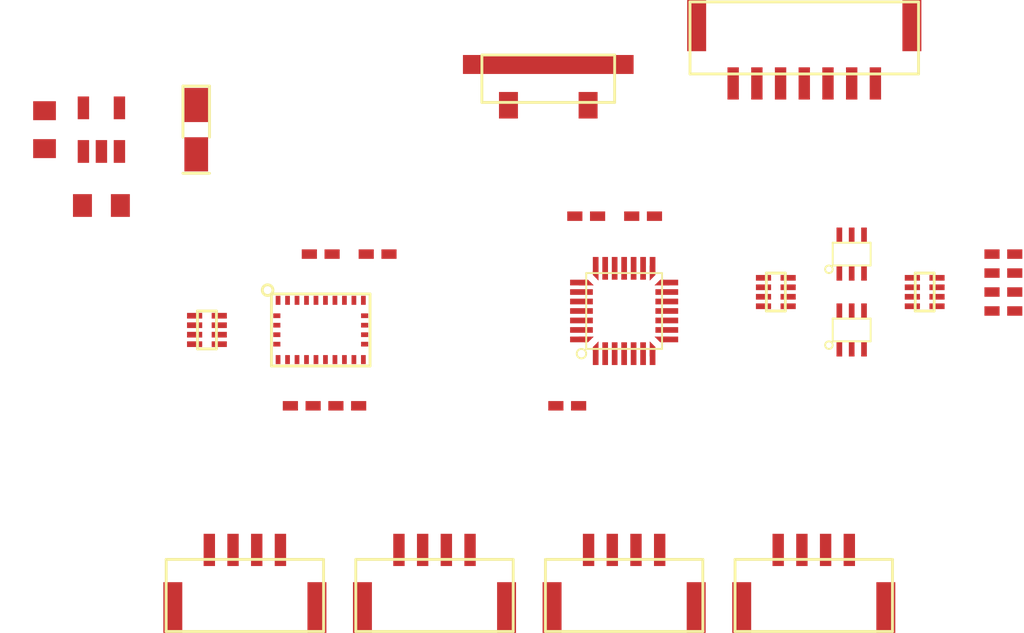
<source format=kicad_pcb>
(kicad_pcb (version 4) (host pcbnew 4.0.5-e0-6337~49~ubuntu14.04.1)

  (general
    (links 104)
    (no_connects 96)
    (area 0 0 0 0)
    (thickness 1.6)
    (drawings 0)
    (tracks 0)
    (zones 0)
    (modules 28)
    (nets 46)
  )

  (page A4)
  (layers
    (0 F.Cu signal)
    (31 B.Cu signal)
    (32 B.Adhes user)
    (33 F.Adhes user)
    (34 B.Paste user)
    (35 F.Paste user)
    (36 B.SilkS user)
    (37 F.SilkS user)
    (38 B.Mask user)
    (39 F.Mask user)
    (40 Dwgs.User user)
    (41 Cmts.User user)
    (42 Eco1.User user)
    (43 Eco2.User user)
    (44 Edge.Cuts user)
    (45 Margin user)
    (46 B.CrtYd user)
    (47 F.CrtYd user)
    (48 B.Fab user)
    (49 F.Fab user)
  )

  (setup
    (last_trace_width 0.2)
    (user_trace_width 0.5)
    (trace_clearance 0.2)
    (zone_clearance 0.508)
    (zone_45_only no)
    (trace_min 0.2)
    (segment_width 0.2)
    (edge_width 0.15)
    (via_size 0.6)
    (via_drill 0.4)
    (via_min_size 0.4)
    (via_min_drill 0.3)
    (uvia_size 0.3)
    (uvia_drill 0.1)
    (uvias_allowed no)
    (uvia_min_size 0.2)
    (uvia_min_drill 0.1)
    (pcb_text_width 0.3)
    (pcb_text_size 1.5 1.5)
    (mod_edge_width 0.15)
    (mod_text_size 1 1)
    (mod_text_width 0.15)
    (pad_size 1.524 1.524)
    (pad_drill 0.762)
    (pad_to_mask_clearance 0)
    (aux_axis_origin 0 0)
    (visible_elements FFFFFF7F)
    (pcbplotparams
      (layerselection 0x00030_80000001)
      (usegerberextensions false)
      (excludeedgelayer true)
      (linewidth 0.100000)
      (plotframeref false)
      (viasonmask false)
      (mode 1)
      (useauxorigin false)
      (hpglpennumber 1)
      (hpglpenspeed 20)
      (hpglpendiameter 15)
      (hpglpenoverlay 2)
      (psnegative false)
      (psa4output false)
      (plotreference true)
      (plotvalue true)
      (plotinvisibletext false)
      (padsonsilk false)
      (subtractmaskfromsilk false)
      (outputformat 1)
      (mirror false)
      (drillshape 1)
      (scaleselection 1)
      (outputdirectory ""))
  )

  (net 0 "")
  (net 1 +5V)
  (net 2 GND)
  (net 3 +3V3)
  (net 4 RESET)
  (net 5 "Net-(C7-Pad1)")
  (net 6 "Net-(D1-Pad1)")
  (net 7 "Net-(D2-Pad1)")
  (net 8 "Net-(D3-Pad1)")
  (net 9 "Net-(D4-Pad1)")
  (net 10 A4IN)
  (net 11 A4EX)
  (net 12 A3IN)
  (net 13 A3EX)
  (net 14 A1IN)
  (net 15 A1EX)
  (net 16 A2IN)
  (net 17 A2EX)
  (net 18 SWDIO/SCK)
  (net 19 SWCLK/MISO)
  (net 20 NSS)
  (net 21 MOSI)
  (net 22 "Net-(Q1-Pad2)")
  (net 23 "Net-(Q1-Pad3)")
  (net 24 "Net-(Q1-Pad5)")
  (net 25 "Net-(Q1-Pad6)")
  (net 26 "Net-(Q2-Pad2)")
  (net 27 "Net-(Q2-Pad3)")
  (net 28 "Net-(Q2-Pad5)")
  (net 29 "Net-(Q2-Pad6)")
  (net 30 "Net-(R4-Pad1)")
  (net 31 LED_0)
  (net 32 LED_1)
  (net 33 LED_2)
  (net 34 LED_3)
  (net 35 SDA)
  (net 36 SCL)
  (net 37 nRESET)
  (net 38 "Net-(RN2-Pad8)")
  (net 39 IDENTIFY)
  (net 40 INT)
  (net 41 "Net-(U1-Pad14)")
  (net 42 "Net-(U1-Pad15)")
  (net 43 "Net-(U2-Pad4)")
  (net 44 "Net-(U3-Pad26)")
  (net 45 "Net-(U3-Pad27)")

  (net_class Default "This is the default net class."
    (clearance 0.2)
    (trace_width 0.2)
    (via_dia 0.6)
    (via_drill 0.4)
    (uvia_dia 0.3)
    (uvia_drill 0.1)
    (add_net +3V3)
    (add_net +5V)
    (add_net A1EX)
    (add_net A1IN)
    (add_net A2EX)
    (add_net A2IN)
    (add_net A3EX)
    (add_net A3IN)
    (add_net A4EX)
    (add_net A4IN)
    (add_net GND)
    (add_net IDENTIFY)
    (add_net INT)
    (add_net LED_0)
    (add_net LED_1)
    (add_net LED_2)
    (add_net LED_3)
    (add_net MOSI)
    (add_net NSS)
    (add_net "Net-(C7-Pad1)")
    (add_net "Net-(D1-Pad1)")
    (add_net "Net-(D2-Pad1)")
    (add_net "Net-(D3-Pad1)")
    (add_net "Net-(D4-Pad1)")
    (add_net "Net-(Q1-Pad2)")
    (add_net "Net-(Q1-Pad3)")
    (add_net "Net-(Q1-Pad5)")
    (add_net "Net-(Q1-Pad6)")
    (add_net "Net-(Q2-Pad2)")
    (add_net "Net-(Q2-Pad3)")
    (add_net "Net-(Q2-Pad5)")
    (add_net "Net-(Q2-Pad6)")
    (add_net "Net-(R4-Pad1)")
    (add_net "Net-(RN2-Pad8)")
    (add_net "Net-(U1-Pad14)")
    (add_net "Net-(U1-Pad15)")
    (add_net "Net-(U2-Pad4)")
    (add_net "Net-(U3-Pad26)")
    (add_net "Net-(U3-Pad27)")
    (add_net RESET)
    (add_net SCL)
    (add_net SDA)
    (add_net SWCLK/MISO)
    (add_net SWDIO/SCK)
    (add_net nRESET)
  )

  (module KiCad_Footprints:ZF_SMD_NonPol_0603 (layer F.Cu) (tedit 591B0C64) (tstamp 592B0D4F)
    (at 200.435 78.4375)
    (path /58B5CACA)
    (fp_text reference C1 (at 0 1.5) (layer F.Fab)
      (effects (font (size 1 1) (thickness 0.15)))
    )
    (fp_text value 1u0 (at 0 -4.7) (layer F.Fab) hide
      (effects (font (size 1 1) (thickness 0.15)))
    )
    (pad 1 smd rect (at -1 0) (size 1 1.2) (layers F.Cu F.Paste F.Mask)
      (net 1 +5V))
    (pad 2 smd rect (at 1 0) (size 1 1.2) (layers F.Cu F.Paste F.Mask)
      (net 2 GND))
  )

  (module KiCad_Footprints:ZF_SMD_pol_1206 (layer F.Cu) (tedit 591B0C85) (tstamp 592B0D59)
    (at 205.435 74.4375 270)
    (path /58B5DAAA)
    (fp_text reference C2 (at 0 1.75 270) (layer F.Fab)
      (effects (font (size 1 1) (thickness 0.15)))
    )
    (fp_text value 10u (at 0 -3.6 270) (layer F.Fab) hide
      (effects (font (size 1 1) (thickness 0.15)))
    )
    (fp_line (start 2.3 -0.7) (end 2.3 0.7) (layer F.SilkS) (width 0.15))
    (fp_line (start 0.4 -0.7) (end -2.3 -0.7) (layer F.SilkS) (width 0.15))
    (fp_line (start -2.3 -0.7) (end -2.3 0.7) (layer F.SilkS) (width 0.15))
    (fp_line (start -2.3 0.7) (end 0.4 0.7) (layer F.SilkS) (width 0.15))
    (pad 1 smd rect (at -1.3 0 270) (size 1.8 1.25) (layers F.Cu F.Paste F.Mask)
      (net 3 +3V3))
    (pad 2 smd rect (at 1.3 0 270) (size 1.8 1.25) (layers F.Cu F.Paste F.Mask)
      (net 2 GND))
  )

  (module KiCad_Footprints:ZF_SMD_NonPol_0402_cap (layer F.Cu) (tedit 591B0C39) (tstamp 592B0D5F)
    (at 226 79)
    (path /58B4A97E)
    (fp_text reference C3 (at 0 1.25) (layer F.Fab)
      (effects (font (size 1 1) (thickness 0.15)))
    )
    (fp_text value 0u1 (at 0 -1.5) (layer F.Fab) hide
      (effects (font (size 1 1) (thickness 0.15)))
    )
    (pad 1 smd rect (at -0.6 0) (size 0.8 0.5) (layers F.Cu F.Paste F.Mask)
      (net 3 +3V3))
    (pad 2 smd rect (at 0.6 0) (size 0.8 0.5) (layers F.Cu F.Paste F.Mask)
      (net 2 GND))
    (model Capacitors_SMD.3dshapes/C_0402.wrl
      (at (xyz 0 0 0))
      (scale (xyz 1 1 1))
      (rotate (xyz 0 0 0))
    )
  )

  (module KiCad_Footprints:ZF_SMD_NonPol_0603 (layer F.Cu) (tedit 591B0C64) (tstamp 592B0D65)
    (at 197.435 74.4375 270)
    (path /58B5D1F9)
    (fp_text reference C4 (at 0 1.5 270) (layer F.Fab)
      (effects (font (size 1 1) (thickness 0.15)))
    )
    (fp_text value 1u0 (at 0 -4.7 270) (layer F.Fab) hide
      (effects (font (size 1 1) (thickness 0.15)))
    )
    (pad 1 smd rect (at -1 0 270) (size 1 1.2) (layers F.Cu F.Paste F.Mask)
      (net 3 +3V3))
    (pad 2 smd rect (at 1 0 270) (size 1 1.2) (layers F.Cu F.Paste F.Mask)
      (net 2 GND))
  )

  (module KiCad_Footprints:ZF_SMD_NonPol_0402_cap (layer F.Cu) (tedit 591B0C39) (tstamp 592B0D6B)
    (at 229 79)
    (path /58B73F8A)
    (fp_text reference C5 (at 0 1.25) (layer F.Fab)
      (effects (font (size 1 1) (thickness 0.15)))
    )
    (fp_text value 0u1 (at 0 -1.5) (layer F.Fab) hide
      (effects (font (size 1 1) (thickness 0.15)))
    )
    (pad 1 smd rect (at -0.6 0) (size 0.8 0.5) (layers F.Cu F.Paste F.Mask)
      (net 4 RESET))
    (pad 2 smd rect (at 0.6 0) (size 0.8 0.5) (layers F.Cu F.Paste F.Mask)
      (net 2 GND))
    (model Capacitors_SMD.3dshapes/C_0402.wrl
      (at (xyz 0 0 0))
      (scale (xyz 1 1 1))
      (rotate (xyz 0 0 0))
    )
  )

  (module KiCad_Footprints:ZF_SMD_NonPol_0402_cap (layer F.Cu) (tedit 591B0C39) (tstamp 592B0D71)
    (at 213.4 89)
    (path /592B35E0)
    (fp_text reference C6 (at 0 1.25) (layer F.Fab)
      (effects (font (size 1 1) (thickness 0.15)))
    )
    (fp_text value 100n (at 0 -1.5) (layer F.Fab) hide
      (effects (font (size 1 1) (thickness 0.15)))
    )
    (pad 1 smd rect (at -0.6 0) (size 0.8 0.5) (layers F.Cu F.Paste F.Mask)
      (net 2 GND))
    (pad 2 smd rect (at 0.6 0) (size 0.8 0.5) (layers F.Cu F.Paste F.Mask)
      (net 3 +3V3))
    (model Capacitors_SMD.3dshapes/C_0402.wrl
      (at (xyz 0 0 0))
      (scale (xyz 1 1 1))
      (rotate (xyz 0 0 0))
    )
  )

  (module KiCad_Footprints:ZF_SMD_NonPol_0402_cap (layer F.Cu) (tedit 591B0C39) (tstamp 592B0D77)
    (at 211 89)
    (path /592B3092)
    (fp_text reference C7 (at 0 1.25) (layer F.Fab)
      (effects (font (size 1 1) (thickness 0.15)))
    )
    (fp_text value 100n (at 0 -1.5) (layer F.Fab) hide
      (effects (font (size 1 1) (thickness 0.15)))
    )
    (pad 1 smd rect (at -0.6 0) (size 0.8 0.5) (layers F.Cu F.Paste F.Mask)
      (net 5 "Net-(C7-Pad1)"))
    (pad 2 smd rect (at 0.6 0) (size 0.8 0.5) (layers F.Cu F.Paste F.Mask)
      (net 2 GND))
    (model Capacitors_SMD.3dshapes/C_0402.wrl
      (at (xyz 0 0 0))
      (scale (xyz 1 1 1))
      (rotate (xyz 0 0 0))
    )
  )

  (module KiCad_Footprints:ZF_SMD_NonPol_0402_cap (layer F.Cu) (tedit 591B0C39) (tstamp 592B0D7D)
    (at 212 81)
    (path /592B160B)
    (fp_text reference C8 (at 0 1.25) (layer F.Fab)
      (effects (font (size 1 1) (thickness 0.15)))
    )
    (fp_text value 6n8 (at 0 -1.5) (layer F.Fab) hide
      (effects (font (size 1 1) (thickness 0.15)))
    )
    (pad 1 smd rect (at -0.6 0) (size 0.8 0.5) (layers F.Cu F.Paste F.Mask)
      (net 2 GND))
    (pad 2 smd rect (at 0.6 0) (size 0.8 0.5) (layers F.Cu F.Paste F.Mask)
      (net 3 +3V3))
    (model Capacitors_SMD.3dshapes/C_0402.wrl
      (at (xyz 0 0 0))
      (scale (xyz 1 1 1))
      (rotate (xyz 0 0 0))
    )
  )

  (module KiCad_Footprints:ZF_SMD_NonPol_0402_cap (layer F.Cu) (tedit 591B0C39) (tstamp 592B0D83)
    (at 215 81)
    (path /592B16AA)
    (fp_text reference C9 (at 0 1.25) (layer F.Fab)
      (effects (font (size 1 1) (thickness 0.15)))
    )
    (fp_text value 120n (at 0 -1.5) (layer F.Fab) hide
      (effects (font (size 1 1) (thickness 0.15)))
    )
    (pad 1 smd rect (at -0.6 0) (size 0.8 0.5) (layers F.Cu F.Paste F.Mask)
      (net 2 GND))
    (pad 2 smd rect (at 0.6 0) (size 0.8 0.5) (layers F.Cu F.Paste F.Mask)
      (net 3 +3V3))
    (model Capacitors_SMD.3dshapes/C_0402.wrl
      (at (xyz 0 0 0))
      (scale (xyz 1 1 1))
      (rotate (xyz 0 0 0))
    )
  )

  (module KiCad_Footprints:ZF_SMD_NonPol_0402 (layer F.Cu) (tedit 591B0B98) (tstamp 592B0D89)
    (at 248 83)
    (path /592AE95F)
    (fp_text reference D1 (at 0 1.5) (layer F.Fab)
      (effects (font (size 1 1) (thickness 0.15)))
    )
    (fp_text value LED (at 0 -1.5) (layer F.Fab) hide
      (effects (font (size 1 1) (thickness 0.15)))
    )
    (pad 1 smd rect (at -0.6 0) (size 0.8 0.5) (layers F.Cu F.Paste F.Mask)
      (net 6 "Net-(D1-Pad1)"))
    (pad 2 smd rect (at 0.6 0) (size 0.8 0.5) (layers F.Cu F.Paste F.Mask)
      (net 1 +5V))
    (model Resistors_SMD.3dshapes/R_0402.wrl
      (at (xyz 0 0 0))
      (scale (xyz 1 1 1))
      (rotate (xyz 0 0 0))
    )
  )

  (module KiCad_Footprints:ZF_SMD_NonPol_0402 (layer F.Cu) (tedit 591B0B98) (tstamp 592B0D8F)
    (at 248 82)
    (path /592AE8EA)
    (fp_text reference D2 (at 0 1.5) (layer F.Fab)
      (effects (font (size 1 1) (thickness 0.15)))
    )
    (fp_text value LED (at 0 -1.5) (layer F.Fab) hide
      (effects (font (size 1 1) (thickness 0.15)))
    )
    (pad 1 smd rect (at -0.6 0) (size 0.8 0.5) (layers F.Cu F.Paste F.Mask)
      (net 7 "Net-(D2-Pad1)"))
    (pad 2 smd rect (at 0.6 0) (size 0.8 0.5) (layers F.Cu F.Paste F.Mask)
      (net 1 +5V))
    (model Resistors_SMD.3dshapes/R_0402.wrl
      (at (xyz 0 0 0))
      (scale (xyz 1 1 1))
      (rotate (xyz 0 0 0))
    )
  )

  (module KiCad_Footprints:ZF_SMD_NonPol_0402 (layer F.Cu) (tedit 591B0B98) (tstamp 592B0D95)
    (at 248 84)
    (path /592AE878)
    (fp_text reference D3 (at 0 1.5) (layer F.Fab)
      (effects (font (size 1 1) (thickness 0.15)))
    )
    (fp_text value LED (at 0 -1.5) (layer F.Fab) hide
      (effects (font (size 1 1) (thickness 0.15)))
    )
    (pad 1 smd rect (at -0.6 0) (size 0.8 0.5) (layers F.Cu F.Paste F.Mask)
      (net 8 "Net-(D3-Pad1)"))
    (pad 2 smd rect (at 0.6 0) (size 0.8 0.5) (layers F.Cu F.Paste F.Mask)
      (net 1 +5V))
    (model Resistors_SMD.3dshapes/R_0402.wrl
      (at (xyz 0 0 0))
      (scale (xyz 1 1 1))
      (rotate (xyz 0 0 0))
    )
  )

  (module KiCad_Footprints:ZF_SMD_NonPol_0402 (layer F.Cu) (tedit 591B0B98) (tstamp 592B0D9B)
    (at 248 81)
    (path /592AE795)
    (fp_text reference D4 (at 0 1.5) (layer F.Fab)
      (effects (font (size 1 1) (thickness 0.15)))
    )
    (fp_text value LED (at 0 -1.5) (layer F.Fab) hide
      (effects (font (size 1 1) (thickness 0.15)))
    )
    (pad 1 smd rect (at -0.6 0) (size 0.8 0.5) (layers F.Cu F.Paste F.Mask)
      (net 9 "Net-(D4-Pad1)"))
    (pad 2 smd rect (at 0.6 0) (size 0.8 0.5) (layers F.Cu F.Paste F.Mask)
      (net 1 +5V))
    (model Resistors_SMD.3dshapes/R_0402.wrl
      (at (xyz 0 0 0))
      (scale (xyz 1 1 1))
      (rotate (xyz 0 0 0))
    )
  )

  (module KiCad_Footprints:ZF_CONN_JST_GH (layer F.Cu) (tedit 57BCC21C) (tstamp 592B0DA9)
    (at 228 99 270)
    (path /592AFD1E)
    (attr smd)
    (fp_text reference P1 (at 0 0 270) (layer F.Fab)
      (effects (font (size 1 1) (thickness 0.15)))
    )
    (fp_text value "JST GH 4-POS" (at 0 -6.099998 270) (layer F.Fab) hide
      (effects (font (size 1 1) (thickness 0.15)))
    )
    (fp_line (start 1.9 -4.15) (end -1.9 -4.15) (layer F.SilkS) (width 0.15))
    (fp_line (start -1.9 -4.15) (end -1.9 4.15) (layer F.SilkS) (width 0.15))
    (fp_line (start -1.9 4.15) (end 1.9 4.15) (layer F.SilkS) (width 0.15))
    (fp_line (start 1.9 4.15) (end 1.9 -4.15) (layer F.SilkS) (width 0.15))
    (pad 3 smd rect (at -2.4 -0.625) (size 0.6 1.7) (layers F.Cu F.Paste F.Mask)
      (net 10 A4IN))
    (pad 4 smd rect (at -2.4 -1.875) (size 0.6 1.7) (layers F.Cu F.Paste F.Mask)
      (net 11 A4EX))
    (pad 2 smd rect (at -2.4 0.625) (size 0.6 1.7) (layers F.Cu F.Paste F.Mask)
      (net 1 +5V))
    (pad 1 smd rect (at -2.4 1.875) (size 0.6 1.7) (layers F.Cu F.Paste F.Mask)
      (net 2 GND))
    (pad "" smd rect (at 0.65 -3.8) (size 1 2.7) (layers F.Cu F.Paste F.Mask))
    (pad "" smd rect (at 0.65 3.8) (size 1 2.7) (layers F.Cu F.Paste F.Mask))
  )

  (module KiCad_Footprints:ZF_CONN_JST_GH (layer F.Cu) (tedit 57BCC21C) (tstamp 592B0DB7)
    (at 218 99 270)
    (path /58F6D44B)
    (attr smd)
    (fp_text reference P5 (at 0.310952 2.225002 270) (layer F.Fab)
      (effects (font (size 1 1) (thickness 0.15)))
    )
    (fp_text value "JST GH 4-POS" (at 0 -6.099998 270) (layer F.Fab) hide
      (effects (font (size 1 1) (thickness 0.15)))
    )
    (fp_line (start 1.9 -4.15) (end -1.9 -4.15) (layer F.SilkS) (width 0.15))
    (fp_line (start -1.9 -4.15) (end -1.9 4.15) (layer F.SilkS) (width 0.15))
    (fp_line (start -1.9 4.15) (end 1.9 4.15) (layer F.SilkS) (width 0.15))
    (fp_line (start 1.9 4.15) (end 1.9 -4.15) (layer F.SilkS) (width 0.15))
    (pad 3 smd rect (at -2.4 -0.625) (size 0.6 1.7) (layers F.Cu F.Paste F.Mask)
      (net 12 A3IN))
    (pad 4 smd rect (at -2.4 -1.875) (size 0.6 1.7) (layers F.Cu F.Paste F.Mask)
      (net 13 A3EX))
    (pad 2 smd rect (at -2.4 0.625) (size 0.6 1.7) (layers F.Cu F.Paste F.Mask)
      (net 1 +5V))
    (pad 1 smd rect (at -2.4 1.875) (size 0.6 1.7) (layers F.Cu F.Paste F.Mask)
      (net 2 GND))
    (pad "" smd rect (at 0.65 -3.8) (size 1 2.7) (layers F.Cu F.Paste F.Mask))
    (pad "" smd rect (at 0.65 3.8) (size 1 2.7) (layers F.Cu F.Paste F.Mask))
  )

  (module KiCad_Footprints:ZF_CONN_JST_GH (layer F.Cu) (tedit 57BCC21C) (tstamp 592B0DC5)
    (at 238 99 270)
    (path /58B5B32F)
    (attr smd)
    (fp_text reference P6 (at 0 0 270) (layer F.Fab)
      (effects (font (size 1 1) (thickness 0.15)))
    )
    (fp_text value "JST GH 4-POS" (at 0 -6.099998 270) (layer F.Fab) hide
      (effects (font (size 1 1) (thickness 0.15)))
    )
    (fp_line (start 1.9 -4.15) (end -1.9 -4.15) (layer F.SilkS) (width 0.15))
    (fp_line (start -1.9 -4.15) (end -1.9 4.15) (layer F.SilkS) (width 0.15))
    (fp_line (start -1.9 4.15) (end 1.9 4.15) (layer F.SilkS) (width 0.15))
    (fp_line (start 1.9 4.15) (end 1.9 -4.15) (layer F.SilkS) (width 0.15))
    (pad 3 smd rect (at -2.4 -0.625) (size 0.6 1.7) (layers F.Cu F.Paste F.Mask)
      (net 14 A1IN))
    (pad 4 smd rect (at -2.4 -1.875) (size 0.6 1.7) (layers F.Cu F.Paste F.Mask)
      (net 15 A1EX))
    (pad 2 smd rect (at -2.4 0.625) (size 0.6 1.7) (layers F.Cu F.Paste F.Mask)
      (net 1 +5V))
    (pad 1 smd rect (at -2.4 1.875) (size 0.6 1.7) (layers F.Cu F.Paste F.Mask)
      (net 2 GND))
    (pad "" smd rect (at 0.65 -3.8) (size 1 2.7) (layers F.Cu F.Paste F.Mask))
    (pad "" smd rect (at 0.65 3.8) (size 1 2.7) (layers F.Cu F.Paste F.Mask))
  )

  (module KiCad_Footprints:ZF_CONN_JST_GH (layer F.Cu) (tedit 57BCC21C) (tstamp 592B0DD3)
    (at 208 99 270)
    (path /58B5B3DE)
    (attr smd)
    (fp_text reference P7 (at 0 0 270) (layer F.Fab)
      (effects (font (size 1 1) (thickness 0.15)))
    )
    (fp_text value "JST GH 4-POS" (at 0 -6.099998 270) (layer F.Fab) hide
      (effects (font (size 1 1) (thickness 0.15)))
    )
    (fp_line (start 1.9 -4.15) (end -1.9 -4.15) (layer F.SilkS) (width 0.15))
    (fp_line (start -1.9 -4.15) (end -1.9 4.15) (layer F.SilkS) (width 0.15))
    (fp_line (start -1.9 4.15) (end 1.9 4.15) (layer F.SilkS) (width 0.15))
    (fp_line (start 1.9 4.15) (end 1.9 -4.15) (layer F.SilkS) (width 0.15))
    (pad 3 smd rect (at -2.4 -0.625) (size 0.6 1.7) (layers F.Cu F.Paste F.Mask)
      (net 16 A2IN))
    (pad 4 smd rect (at -2.4 -1.875) (size 0.6 1.7) (layers F.Cu F.Paste F.Mask)
      (net 17 A2EX))
    (pad 2 smd rect (at -2.4 0.625) (size 0.6 1.7) (layers F.Cu F.Paste F.Mask)
      (net 1 +5V))
    (pad 1 smd rect (at -2.4 1.875) (size 0.6 1.7) (layers F.Cu F.Paste F.Mask)
      (net 2 GND))
    (pad "" smd rect (at 0.65 -3.8) (size 1 2.7) (layers F.Cu F.Paste F.Mask))
    (pad "" smd rect (at 0.65 3.8) (size 1 2.7) (layers F.Cu F.Paste F.Mask))
  )

  (module KiCad_Footprints:ZF_CONN_JST_GH_7POS (layer F.Cu) (tedit 58B5A309) (tstamp 592B0DE4)
    (at 237.5 69.6 90)
    (path /58B5DF5E)
    (attr smd)
    (fp_text reference P8 (at 0 0 90) (layer F.Fab)
      (effects (font (size 1 1) (thickness 0.15)))
    )
    (fp_text value "JST GH 7-POS" (at 0 -11 90) (layer F.Fab) hide
      (effects (font (size 1 1) (thickness 0.15)))
    )
    (fp_line (start 1.9 -6.025) (end -1.9 -6.025) (layer F.SilkS) (width 0.15))
    (fp_line (start -1.9 -6.025) (end -1.9 6.025) (layer F.SilkS) (width 0.15))
    (fp_line (start -1.9 6.025) (end 1.9 6.025) (layer F.SilkS) (width 0.15))
    (fp_line (start 1.9 6.025) (end 1.9 -6.025) (layer F.SilkS) (width 0.15))
    (pad 3 smd rect (at -2.4 1.25 180) (size 0.6 1.7) (layers F.Cu F.Paste F.Mask)
      (net 18 SWDIO/SCK))
    (pad 4 smd rect (at -2.4 0 180) (size 0.6 1.7) (layers F.Cu F.Paste F.Mask)
      (net 19 SWCLK/MISO))
    (pad 2 smd rect (at -2.4 2.5 180) (size 0.6 1.7) (layers F.Cu F.Paste F.Mask)
      (net 4 RESET))
    (pad 1 smd rect (at -2.4 3.75 180) (size 0.6 1.7) (layers F.Cu F.Paste F.Mask)
      (net 2 GND))
    (pad "" smd rect (at 0.65 -5.675 180) (size 1 2.7) (layers F.Cu F.Paste F.Mask))
    (pad "" smd rect (at 0.65 5.675 180) (size 1 2.7) (layers F.Cu F.Paste F.Mask))
    (pad 5 smd rect (at -2.4 -1.25 90) (size 1.7 0.6) (layers F.Cu F.Paste F.Mask)
      (net 20 NSS))
    (pad 6 smd rect (at -2.4 -2.5 90) (size 1.7 0.6) (layers F.Cu F.Paste F.Mask)
      (net 21 MOSI))
    (pad 7 smd rect (at -2.4 -3.75 90) (size 1.7 0.6) (layers F.Cu F.Paste F.Mask)
      (net 1 +5V))
  )

  (module KiCad_Footprints:ZF_SMD_SOT-363 (layer F.Cu) (tedit 591A5037) (tstamp 592B0DF3)
    (at 240 81)
    (path /58B5E1EC)
    (fp_text reference Q1 (at 0 2.45) (layer F.Fab)
      (effects (font (size 1 1) (thickness 0.15)))
    )
    (fp_text value NPN_dual (at 0 -4) (layer F.Fab) hide
      (effects (font (size 1 1) (thickness 0.15)))
    )
    (fp_circle (center -1.2 0.8) (end -1.2 0.6) (layer F.SilkS) (width 0.1))
    (fp_line (start -1 -0.6) (end 1 -0.6) (layer F.SilkS) (width 0.1))
    (fp_line (start -1 0.6) (end -1 -0.6) (layer F.SilkS) (width 0.1))
    (fp_line (start 1 0.6) (end -1 0.6) (layer F.SilkS) (width 0.1))
    (fp_line (start 1 -0.6) (end 1 0.6) (layer F.SilkS) (width 0.1))
    (pad 1 smd rect (at -0.65 1) (size 0.3 0.8) (layers F.Cu F.Paste F.Mask)
      (net 2 GND))
    (pad 2 smd rect (at 0 1) (size 0.3 0.8) (layers F.Cu F.Paste F.Mask)
      (net 22 "Net-(Q1-Pad2)"))
    (pad 3 smd rect (at 0.65 1) (size 0.3 0.8) (layers F.Cu F.Paste F.Mask)
      (net 23 "Net-(Q1-Pad3)"))
    (pad 4 smd rect (at 0.65 -1) (size 0.3 0.8) (layers F.Cu F.Paste F.Mask)
      (net 2 GND))
    (pad 5 smd rect (at 0 -1) (size 0.3 0.8) (layers F.Cu F.Paste F.Mask)
      (net 24 "Net-(Q1-Pad5)"))
    (pad 6 smd rect (at -0.65 -1) (size 0.3 0.8) (layers F.Cu F.Paste F.Mask)
      (net 25 "Net-(Q1-Pad6)"))
  )

  (module KiCad_Footprints:ZF_SMD_SOT-363 (layer F.Cu) (tedit 591A5037) (tstamp 592B0E02)
    (at 240 85)
    (path /58B4BE96)
    (fp_text reference Q2 (at 0 2.45) (layer F.Fab)
      (effects (font (size 1 1) (thickness 0.15)))
    )
    (fp_text value NPN_dual (at 0 -4) (layer F.Fab) hide
      (effects (font (size 1 1) (thickness 0.15)))
    )
    (fp_circle (center -1.2 0.8) (end -1.2 0.6) (layer F.SilkS) (width 0.1))
    (fp_line (start -1 -0.6) (end 1 -0.6) (layer F.SilkS) (width 0.1))
    (fp_line (start -1 0.6) (end -1 -0.6) (layer F.SilkS) (width 0.1))
    (fp_line (start 1 0.6) (end -1 0.6) (layer F.SilkS) (width 0.1))
    (fp_line (start 1 -0.6) (end 1 0.6) (layer F.SilkS) (width 0.1))
    (pad 1 smd rect (at -0.65 1) (size 0.3 0.8) (layers F.Cu F.Paste F.Mask)
      (net 2 GND))
    (pad 2 smd rect (at 0 1) (size 0.3 0.8) (layers F.Cu F.Paste F.Mask)
      (net 26 "Net-(Q2-Pad2)"))
    (pad 3 smd rect (at 0.65 1) (size 0.3 0.8) (layers F.Cu F.Paste F.Mask)
      (net 27 "Net-(Q2-Pad3)"))
    (pad 4 smd rect (at 0.65 -1) (size 0.3 0.8) (layers F.Cu F.Paste F.Mask)
      (net 2 GND))
    (pad 5 smd rect (at 0 -1) (size 0.3 0.8) (layers F.Cu F.Paste F.Mask)
      (net 28 "Net-(Q2-Pad5)"))
    (pad 6 smd rect (at -0.65 -1) (size 0.3 0.8) (layers F.Cu F.Paste F.Mask)
      (net 29 "Net-(Q2-Pad6)"))
  )

  (module KiCad_Footprints:ZF_SMD_NonPol_0402 (layer F.Cu) (tedit 591B0B98) (tstamp 592B0E08)
    (at 225 89)
    (path /58F6DFBC)
    (fp_text reference R4 (at 0 1.5) (layer F.Fab)
      (effects (font (size 1 1) (thickness 0.15)))
    )
    (fp_text value JMP (at 0 -1.5) (layer F.Fab) hide
      (effects (font (size 1 1) (thickness 0.15)))
    )
    (pad 1 smd rect (at -0.6 0) (size 0.8 0.5) (layers F.Cu F.Paste F.Mask)
      (net 30 "Net-(R4-Pad1)"))
    (pad 2 smd rect (at 0.6 0) (size 0.8 0.5) (layers F.Cu F.Paste F.Mask)
      (net 2 GND))
    (model Resistors_SMD.3dshapes/R_0402.wrl
      (at (xyz 0 0 0))
      (scale (xyz 1 1 1))
      (rotate (xyz 0 0 0))
    )
  )

  (module KiCad_Footprints:ZF_RN_4iso_CTS-0804 (layer F.Cu) (tedit 576B0A83) (tstamp 592B0E18)
    (at 236 83)
    (path /58B6E430)
    (fp_text reference RN1 (at 0 2) (layer Cmts.User)
      (effects (font (size 1 1) (thickness 0.15)))
    )
    (fp_text value 1k_x4 (at 0 -2.5) (layer F.Fab) hide
      (effects (font (size 1 1) (thickness 0.15)))
    )
    (fp_line (start -0.5 -1) (end 0.5 -1) (layer F.SilkS) (width 0.15))
    (fp_line (start 0.5 -1) (end 0.5 1) (layer F.SilkS) (width 0.15))
    (fp_line (start 0.5 1) (end -0.5 1) (layer F.SilkS) (width 0.15))
    (fp_line (start -0.5 1) (end -0.5 -1) (layer F.SilkS) (width 0.15))
    (pad 1 smd rect (at -0.65 0.75 90) (size 0.3 0.8) (layers F.Cu F.Paste F.Mask)
      (net 31 LED_0))
    (pad 2 smd rect (at -0.65 0.25 90) (size 0.3 0.8) (layers F.Cu F.Paste F.Mask)
      (net 32 LED_1))
    (pad 3 smd rect (at -0.65 -0.25 90) (size 0.3 0.8) (layers F.Cu F.Paste F.Mask)
      (net 33 LED_2))
    (pad 4 smd rect (at -0.65 -0.75 90) (size 0.3 0.8) (layers F.Cu F.Paste F.Mask)
      (net 34 LED_3))
    (pad 5 smd rect (at 0.65 -0.75 90) (size 0.3 0.8) (layers F.Cu F.Paste F.Mask)
      (net 26 "Net-(Q2-Pad2)"))
    (pad 6 smd rect (at 0.65 -0.25 90) (size 0.3 0.8) (layers F.Cu F.Paste F.Mask)
      (net 28 "Net-(Q2-Pad5)"))
    (pad 7 smd rect (at 0.65 0.25 90) (size 0.3 0.8) (layers F.Cu F.Paste F.Mask)
      (net 22 "Net-(Q1-Pad2)"))
    (pad 8 smd rect (at 0.65 0.75 90) (size 0.3 0.8) (layers F.Cu F.Paste F.Mask)
      (net 24 "Net-(Q1-Pad5)"))
  )

  (module KiCad_Footprints:ZF_RN_4iso_CTS-0804 (layer F.Cu) (tedit 576B0A83) (tstamp 592B0E28)
    (at 206 85)
    (path /592B4FF2)
    (fp_text reference RN2 (at 0 2) (layer Cmts.User)
      (effects (font (size 1 1) (thickness 0.15)))
    )
    (fp_text value 10k_x4 (at 0 -2.5) (layer F.Fab) hide
      (effects (font (size 1 1) (thickness 0.15)))
    )
    (fp_line (start -0.5 -1) (end 0.5 -1) (layer F.SilkS) (width 0.15))
    (fp_line (start 0.5 -1) (end 0.5 1) (layer F.SilkS) (width 0.15))
    (fp_line (start 0.5 1) (end -0.5 1) (layer F.SilkS) (width 0.15))
    (fp_line (start -0.5 1) (end -0.5 -1) (layer F.SilkS) (width 0.15))
    (pad 1 smd rect (at -0.65 0.75 90) (size 0.3 0.8) (layers F.Cu F.Paste F.Mask)
      (net 3 +3V3))
    (pad 2 smd rect (at -0.65 0.25 90) (size 0.3 0.8) (layers F.Cu F.Paste F.Mask)
      (net 3 +3V3))
    (pad 3 smd rect (at -0.65 -0.25 90) (size 0.3 0.8) (layers F.Cu F.Paste F.Mask)
      (net 3 +3V3))
    (pad 4 smd rect (at -0.65 -0.75 90) (size 0.3 0.8) (layers F.Cu F.Paste F.Mask)
      (net 3 +3V3))
    (pad 5 smd rect (at 0.65 -0.75 90) (size 0.3 0.8) (layers F.Cu F.Paste F.Mask)
      (net 35 SDA))
    (pad 6 smd rect (at 0.65 -0.25 90) (size 0.3 0.8) (layers F.Cu F.Paste F.Mask)
      (net 36 SCL))
    (pad 7 smd rect (at 0.65 0.25 90) (size 0.3 0.8) (layers F.Cu F.Paste F.Mask)
      (net 37 nRESET))
    (pad 8 smd rect (at 0.65 0.75 90) (size 0.3 0.8) (layers F.Cu F.Paste F.Mask)
      (net 38 "Net-(RN2-Pad8)"))
  )

  (module KiCad_Footprints:ZF_RN_4iso_CTS-0804 (layer F.Cu) (tedit 576B0A83) (tstamp 592B0E38)
    (at 243.85 83)
    (path /592B79ED)
    (fp_text reference RN3 (at 0 2) (layer Cmts.User)
      (effects (font (size 1 1) (thickness 0.15)))
    )
    (fp_text value 100_x4 (at 0 -2.5) (layer F.Fab) hide
      (effects (font (size 1 1) (thickness 0.15)))
    )
    (fp_line (start -0.5 -1) (end 0.5 -1) (layer F.SilkS) (width 0.15))
    (fp_line (start 0.5 -1) (end 0.5 1) (layer F.SilkS) (width 0.15))
    (fp_line (start 0.5 1) (end -0.5 1) (layer F.SilkS) (width 0.15))
    (fp_line (start -0.5 1) (end -0.5 -1) (layer F.SilkS) (width 0.15))
    (pad 1 smd rect (at -0.65 0.75 90) (size 0.3 0.8) (layers F.Cu F.Paste F.Mask)
      (net 23 "Net-(Q1-Pad3)"))
    (pad 2 smd rect (at -0.65 0.25 90) (size 0.3 0.8) (layers F.Cu F.Paste F.Mask)
      (net 25 "Net-(Q1-Pad6)"))
    (pad 3 smd rect (at -0.65 -0.25 90) (size 0.3 0.8) (layers F.Cu F.Paste F.Mask)
      (net 27 "Net-(Q2-Pad3)"))
    (pad 4 smd rect (at -0.65 -0.75 90) (size 0.3 0.8) (layers F.Cu F.Paste F.Mask)
      (net 29 "Net-(Q2-Pad6)"))
    (pad 5 smd rect (at 0.65 -0.75 90) (size 0.3 0.8) (layers F.Cu F.Paste F.Mask)
      (net 9 "Net-(D4-Pad1)"))
    (pad 6 smd rect (at 0.65 -0.25 90) (size 0.3 0.8) (layers F.Cu F.Paste F.Mask)
      (net 8 "Net-(D3-Pad1)"))
    (pad 7 smd rect (at 0.65 0.25 90) (size 0.3 0.8) (layers F.Cu F.Paste F.Mask)
      (net 7 "Net-(D2-Pad1)"))
    (pad 8 smd rect (at 0.65 0.75 90) (size 0.3 0.8) (layers F.Cu F.Paste F.Mask)
      (net 6 "Net-(D1-Pad1)"))
  )

  (module KiCad_Footprints:ZF_SW_Momentary_SideMtg (layer F.Cu) (tedit 591B81C3) (tstamp 592B0E43)
    (at 224 70.500001 180)
    (path /58B5A249)
    (fp_text reference SW1 (at 0 1 180) (layer F.Fab)
      (effects (font (size 1 1) (thickness 0.15)))
    )
    (fp_text value SW_PUSH_TL3330AF130QG (at 0 -4.25 180) (layer F.Fab) hide
      (effects (font (size 1 1) (thickness 0.15)))
    )
    (fp_line (start 3.5 0) (end 3.5 -2.5) (layer F.SilkS) (width 0.15))
    (fp_line (start 3.5 -2.5) (end -3.5 -2.5) (layer F.SilkS) (width 0.15))
    (fp_line (start -3.5 -2.5) (end -3.5 0) (layer F.SilkS) (width 0.15))
    (fp_line (start -3.5 0) (end 3.5 0) (layer F.SilkS) (width 0.15))
    (pad "" smd rect (at 0 -0.5 180) (size 9 1) (layers F.Cu F.Paste F.Mask))
    (pad 1 smd rect (at -2.1 -2.65 180) (size 1 1.4) (layers F.Cu F.Paste F.Mask)
      (net 2 GND))
    (pad 2 smd rect (at 2.1 -2.65 180) (size 1 1.4) (layers F.Cu F.Paste F.Mask)
      (net 39 IDENTIFY))
  )

  (module KiCad_Footprints:ZF_IC_UFQFPN28-050 (layer F.Cu) (tedit 591B0AA3) (tstamp 592B0E70)
    (at 228 84)
    (path /58B5C156)
    (fp_text reference U1 (at 0 4) (layer F.Fab)
      (effects (font (size 1 1) (thickness 0.15)))
    )
    (fp_text value STM32L011Gx (at 0 -3.8) (layer F.Fab) hide
      (effects (font (size 1 1) (thickness 0.15)))
    )
    (fp_circle (center -2.25 2.25) (end -2.25 2) (layer F.SilkS) (width 0.1))
    (fp_line (start 2 2) (end -2 2) (layer F.SilkS) (width 0.1))
    (fp_line (start 2 -2) (end 2 2) (layer F.SilkS) (width 0.1))
    (fp_line (start -2 -2) (end 2 -2) (layer F.SilkS) (width 0.1))
    (fp_line (start -2 2) (end -2 -2) (layer F.SilkS) (width 0.1))
    (pad 1 smd rect (at -1.5 2.4 180) (size 0.3 0.9) (layers F.Cu F.Paste F.Mask)
      (net 30 "Net-(R4-Pad1)"))
    (pad 2 smd rect (at -1 2.25 180) (size 0.3 1.2) (layers F.Cu F.Paste F.Mask)
      (net 13 A3EX))
    (pad 3 smd rect (at -0.5 2.25 180) (size 0.3 1.2) (layers F.Cu F.Paste F.Mask)
      (net 14 A1IN))
    (pad 4 smd rect (at 0 2.25 180) (size 0.3 1.2) (layers F.Cu F.Paste F.Mask)
      (net 4 RESET))
    (pad 5 smd rect (at 0.5 2.25 180) (size 0.3 1.2) (layers F.Cu F.Paste F.Mask)
      (net 3 +3V3))
    (pad 6 smd rect (at 1 2.25 180) (size 0.3 1.2) (layers F.Cu F.Paste F.Mask)
      (net 32 LED_1))
    (pad 7 smd rect (at 1.5 2.4 180) (size 0.3 0.9) (layers F.Cu F.Paste F.Mask)
      (net 31 LED_0))
    (pad 8 smd rect (at 2.4 1.5 270) (size 0.3 0.9) (layers F.Cu F.Paste F.Mask)
      (net 10 A4IN))
    (pad 9 smd rect (at 2.25 1 270) (size 0.3 1.2) (layers F.Cu F.Paste F.Mask)
      (net 11 A4EX))
    (pad 10 smd rect (at 2.25 0.5 270) (size 0.3 1.2) (layers F.Cu F.Paste F.Mask)
      (net 37 nRESET))
    (pad 11 smd rect (at 2.25 0 270) (size 0.3 1.2) (layers F.Cu F.Paste F.Mask)
      (net 40 INT))
    (pad 12 smd rect (at 2.25 -0.5 270) (size 0.3 1.2) (layers F.Cu F.Paste F.Mask)
      (net 16 A2IN))
    (pad 13 smd rect (at 2.25 -1 270) (size 0.3 1.2) (layers F.Cu F.Paste F.Mask)
      (net 12 A3IN))
    (pad 14 smd rect (at 2.4 -1.5 270) (size 0.3 0.9) (layers F.Cu F.Paste F.Mask)
      (net 41 "Net-(U1-Pad14)"))
    (pad 15 smd rect (at 1.5 -2.4 180) (size 0.3 0.9) (layers F.Cu F.Paste F.Mask)
      (net 42 "Net-(U1-Pad15)"))
    (pad 16 smd rect (at 1 -2.25 180) (size 0.3 1.2) (layers F.Cu F.Paste F.Mask)
      (net 2 GND))
    (pad 17 smd rect (at 0.5 -2.25 180) (size 0.3 1.2) (layers F.Cu F.Paste F.Mask)
      (net 3 +3V3))
    (pad 18 smd rect (at 0 -2.25 180) (size 0.3 1.2) (layers F.Cu F.Paste F.Mask)
      (net 15 A1EX))
    (pad 19 smd rect (at -0.5 -2.25 180) (size 0.3 1.2) (layers F.Cu F.Paste F.Mask)
      (net 36 SCL))
    (pad 20 smd rect (at -1 -2.25 180) (size 0.3 1.2) (layers F.Cu F.Paste F.Mask)
      (net 35 SDA))
    (pad 21 smd rect (at -1.5 -2.4 180) (size 0.3 0.9) (layers F.Cu F.Paste F.Mask)
      (net 18 SWDIO/SCK))
    (pad 22 smd rect (at -2.4 -1.5 270) (size 0.3 0.9) (layers F.Cu F.Paste F.Mask)
      (net 19 SWCLK/MISO))
    (pad 23 smd rect (at -2.25 -1 270) (size 0.3 1.2) (layers F.Cu F.Paste F.Mask)
      (net 20 NSS))
    (pad 24 smd rect (at -2.25 -0.5 270) (size 0.3 1.2) (layers F.Cu F.Paste F.Mask)
      (net 39 IDENTIFY))
    (pad 25 smd rect (at -2.25 0 270) (size 0.3 1.2) (layers F.Cu F.Paste F.Mask)
      (net 17 A2EX))
    (pad 26 smd rect (at -2.25 0.5 270) (size 0.3 1.2) (layers F.Cu F.Paste F.Mask)
      (net 21 MOSI))
    (pad 27 smd rect (at -2.25 1 270) (size 0.3 1.2) (layers F.Cu F.Paste F.Mask)
      (net 34 LED_3))
    (pad 28 smd rect (at -2.4 1.5 270) (size 0.3 0.9) (layers F.Cu F.Paste F.Mask)
      (net 33 LED_2))
    (pad 1 smd trapezoid (at -1.5 2 180) (size 0.3 0.5) (rect_delta 0.3 0 ) (layers F.Cu F.Paste F.Mask)
      (net 30 "Net-(R4-Pad1)"))
    (pad 28 smd trapezoid (at -2 1.5 270) (size 0.3 0.5) (rect_delta 0.3 0 ) (layers F.Cu F.Paste F.Mask)
      (net 33 LED_2))
    (pad 14 smd trapezoid (at 2 -1.5 90) (size 0.3 0.5) (rect_delta 0.3 0 ) (layers F.Cu F.Paste F.Mask)
      (net 41 "Net-(U1-Pad14)"))
    (pad 15 smd trapezoid (at 1.5 -2) (size 0.3 0.5) (rect_delta 0.3 0 ) (layers F.Cu F.Paste F.Mask)
      (net 42 "Net-(U1-Pad15)"))
    (pad 7 smd trapezoid (at 1.5 2) (size 0.3 0.5) (rect_delta 0.3 0 ) (layers F.Cu F.Paste F.Mask)
      (net 31 LED_0))
    (pad 8 smd trapezoid (at 2 1.5 270) (size 0.3 0.5) (rect_delta 0.3 0 ) (layers F.Cu F.Paste F.Mask)
      (net 10 A4IN))
    (pad 21 smd trapezoid (at -1.5 -2 180) (size 0.3 0.5) (rect_delta 0.3 0 ) (layers F.Cu F.Paste F.Mask)
      (net 18 SWDIO/SCK))
    (pad 22 smd trapezoid (at -2 -1.5 90) (size 0.3 0.5) (rect_delta 0.3 0 ) (layers F.Cu F.Paste F.Mask)
      (net 19 SWCLK/MISO))
  )

  (module KiCad_Footprints:ZF_SOT23-5L (layer F.Cu) (tedit 591B0CC6) (tstamp 592B0E79)
    (at 200.435 74.4375)
    (descr 2)
    (path /58B5C9D0)
    (fp_text reference U2 (at 0 2.8) (layer F.Fab)
      (effects (font (size 1 1) (thickness 0.15)))
    )
    (fp_text value LD3985G33R (at 0 -3.5) (layer F.Fab) hide
      (effects (font (size 1 1) (thickness 0.15)))
    )
    (pad 2 smd rect (at 0 1.15 180) (size 0.6 1.2) (layers F.Cu F.Paste F.Mask)
      (net 2 GND))
    (pad 1 smd rect (at -0.95 1.15 180) (size 0.6 1.2) (layers F.Cu F.Paste F.Mask)
      (net 1 +5V))
    (pad 3 smd rect (at 0.95 1.15 180) (size 0.6 1.2) (layers F.Cu F.Paste F.Mask)
      (net 1 +5V))
    (pad 4 smd rect (at 0.95 -1.15 180) (size 0.6 1.2) (layers F.Cu F.Paste F.Mask)
      (net 43 "Net-(U2-Pad4)"))
    (pad 5 smd rect (at -0.95 -1.15 180) (size 0.6 1.2) (layers F.Cu F.Paste F.Mask)
      (net 3 +3V3))
  )

  (module KiCad_Footprints:ZF_IC_28LGA (layer F.Cu) (tedit 592ADC15) (tstamp 592B0E9E)
    (at 212 85)
    (path /592B2685)
    (fp_text reference U3 (at 0 2.8) (layer F.Fab)
      (effects (font (size 1 1) (thickness 0.15)))
    )
    (fp_text value BNO_055 (at 0 -7.75) (layer F.Fab) hide
      (effects (font (size 1 1) (thickness 0.15)))
    )
    (fp_circle (center -2.8 -2.1) (end -2.6 -1.9) (layer F.SilkS) (width 0.15))
    (fp_line (start -2.6 1.9) (end -2.6 -1.9) (layer F.SilkS) (width 0.15))
    (fp_line (start 2.6 1.9) (end -2.6 1.9) (layer F.SilkS) (width 0.15))
    (fp_line (start 2.6 -1.9) (end 2.6 1.9) (layer F.SilkS) (width 0.15))
    (fp_line (start -2.6 -1.9) (end 2.6 -1.9) (layer F.SilkS) (width 0.15))
    (pad 1 smd rect (at -2.25 -1.5625) (size 0.25 0.475) (layers F.Cu F.Paste F.Mask))
    (pad 20 smd rect (at 2.25 -1.5625) (size 0.25 0.475) (layers F.Cu F.Paste F.Mask)
      (net 35 SDA))
    (pad 21 smd rect (at 1.75 -1.5625) (size 0.25 0.475) (layers F.Cu F.Paste F.Mask))
    (pad 22 smd rect (at 1.25 -1.5625) (size 0.25 0.475) (layers F.Cu F.Paste F.Mask))
    (pad 23 smd rect (at 0.75 -1.5625) (size 0.25 0.475) (layers F.Cu F.Paste F.Mask))
    (pad 24 smd rect (at 0.25 -1.5625) (size 0.25 0.475) (layers F.Cu F.Paste F.Mask))
    (pad 25 smd rect (at -0.25 -1.5625) (size 0.25 0.475) (layers F.Cu F.Paste F.Mask)
      (net 2 GND))
    (pad 26 smd rect (at -0.75 -1.5625) (size 0.25 0.475) (layers F.Cu F.Paste F.Mask)
      (net 44 "Net-(U3-Pad26)"))
    (pad 27 smd rect (at -1.25 -1.5625) (size 0.25 0.475) (layers F.Cu F.Paste F.Mask)
      (net 45 "Net-(U3-Pad27)"))
    (pad 28 smd rect (at -1.75 -1.5625) (size 0.25 0.475) (layers F.Cu F.Paste F.Mask)
      (net 3 +3V3))
    (pad 6 smd rect (at -2.25 1.5625) (size 0.25 0.475) (layers F.Cu F.Paste F.Mask)
      (net 2 GND))
    (pad 7 smd rect (at -1.75 1.5625) (size 0.25 0.475) (layers F.Cu F.Paste F.Mask))
    (pad 8 smd rect (at -1.25 1.5625) (size 0.25 0.475) (layers F.Cu F.Paste F.Mask))
    (pad 9 smd rect (at -0.75 1.5625) (size 0.25 0.475) (layers F.Cu F.Paste F.Mask)
      (net 5 "Net-(C7-Pad1)"))
    (pad 10 smd rect (at -0.25 1.5625) (size 0.25 0.475) (layers F.Cu F.Paste F.Mask)
      (net 2 GND))
    (pad 11 smd rect (at 0.25 1.5625) (size 0.25 0.475) (layers F.Cu F.Paste F.Mask)
      (net 37 nRESET))
    (pad 12 smd rect (at 0.75 1.5625) (size 0.25 0.475) (layers F.Cu F.Paste F.Mask))
    (pad 13 smd rect (at 1.25 1.5625) (size 0.25 0.475) (layers F.Cu F.Paste F.Mask))
    (pad 14 smd rect (at 1.75 1.5625) (size 0.25 0.475) (layers F.Cu F.Paste F.Mask)
      (net 40 INT))
    (pad 15 smd rect (at 2.25 1.5625) (size 0.25 0.475) (layers F.Cu F.Paste F.Mask)
      (net 2 GND))
    (pad 2 smd rect (at -2.315 -0.75 90) (size 0.25 0.375) (layers F.Cu F.Paste F.Mask)
      (net 2 GND))
    (pad 3 smd rect (at -2.315 -0.25 90) (size 0.25 0.375) (layers F.Cu F.Paste F.Mask)
      (net 3 +3V3))
    (pad 4 smd rect (at -2.315 0.25 90) (size 0.25 0.375) (layers F.Cu F.Paste F.Mask)
      (net 38 "Net-(RN2-Pad8)"))
    (pad 5 smd rect (at -2.315 0.75 90) (size 0.25 0.375) (layers F.Cu F.Paste F.Mask)
      (net 2 GND))
    (pad 16 smd rect (at 2.315 0.75 90) (size 0.25 0.375) (layers F.Cu F.Paste F.Mask)
      (net 2 GND))
    (pad 17 smd rect (at 2.315 0.25 90) (size 0.25 0.375) (layers F.Cu F.Paste F.Mask)
      (net 2 GND))
    (pad 18 smd rect (at 2.315 -0.25 90) (size 0.25 0.375) (layers F.Cu F.Paste F.Mask)
      (net 2 GND))
    (pad 19 smd rect (at 2.315 -0.75 90) (size 0.25 0.375) (layers F.Cu F.Paste F.Mask)
      (net 36 SCL))
  )

)

</source>
